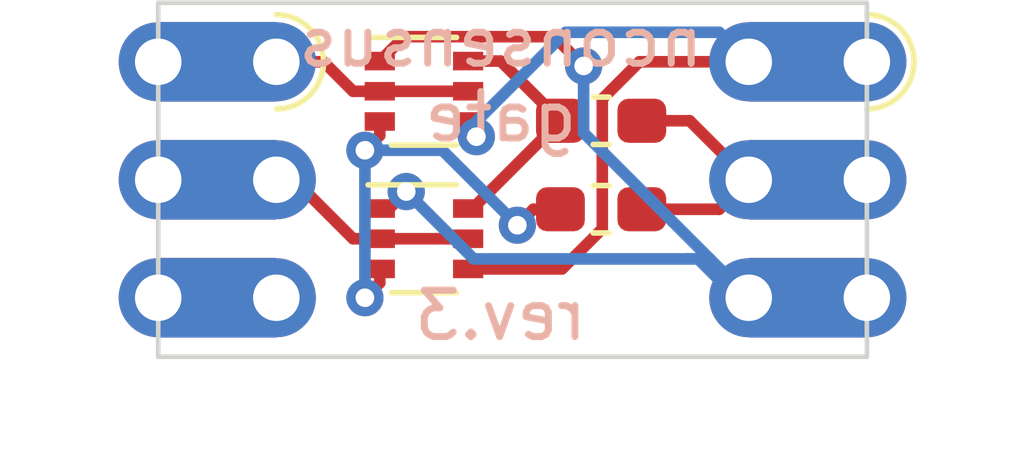
<source format=kicad_pcb>
(kicad_pcb (version 20171130) (host pcbnew 5.1.6)

  (general
    (thickness 1.6)
    (drawings 6)
    (tracks 64)
    (zones 0)
    (modules 6)
    (nets 9)
  )

  (page A4)
  (layers
    (0 F.Cu signal)
    (31 B.Cu signal)
    (32 B.Adhes user)
    (33 F.Adhes user)
    (34 B.Paste user)
    (35 F.Paste user)
    (36 B.SilkS user)
    (37 F.SilkS user)
    (38 B.Mask user)
    (39 F.Mask user)
    (40 Dwgs.User user)
    (41 Cmts.User user)
    (42 Eco1.User user)
    (43 Eco2.User user)
    (44 Edge.Cuts user)
    (45 Margin user)
    (46 B.CrtYd user)
    (47 F.CrtYd user)
    (48 B.Fab user)
    (49 F.Fab user)
  )

  (setup
    (last_trace_width 0.25)
    (user_trace_width 0.3)
    (trace_clearance 0.2)
    (zone_clearance 0.508)
    (zone_45_only no)
    (trace_min 0.2)
    (via_size 0.8)
    (via_drill 0.4)
    (via_min_size 0.4)
    (via_min_drill 0.3)
    (uvia_size 0.3)
    (uvia_drill 0.1)
    (uvias_allowed no)
    (uvia_min_size 0.2)
    (uvia_min_drill 0.1)
    (edge_width 0.05)
    (segment_width 0.2)
    (pcb_text_width 0.3)
    (pcb_text_size 1.5 1.5)
    (mod_edge_width 0.12)
    (mod_text_size 1 1)
    (mod_text_width 0.15)
    (pad_size 1.524 1.524)
    (pad_drill 0.762)
    (pad_to_mask_clearance 0.05)
    (aux_axis_origin 0 0)
    (visible_elements FFFFFF7F)
    (pcbplotparams
      (layerselection 0x010fc_ffffffff)
      (usegerberextensions false)
      (usegerberattributes true)
      (usegerberadvancedattributes true)
      (creategerberjobfile true)
      (excludeedgelayer true)
      (linewidth 0.100000)
      (plotframeref false)
      (viasonmask false)
      (mode 1)
      (useauxorigin false)
      (hpglpennumber 1)
      (hpglpenspeed 20)
      (hpglpendiameter 15.000000)
      (psnegative false)
      (psa4output false)
      (plotreference true)
      (plotvalue true)
      (plotinvisibletext false)
      (padsonsilk false)
      (subtractmaskfromsilk false)
      (outputformat 1)
      (mirror false)
      (drillshape 0)
      (scaleselection 1)
      (outputdirectory "../../../../pcbs/gates/nconsensus/"))
  )

  (net 0 "")
  (net 1 Vdd)
  (net 2 A)
  (net 3 Vss)
  (net 4 B)
  (net 5 Out)
  (net 6 "Net-(J1-Pad3)")
  (net 7 "Net-(Q1-Pad6)")
  (net 8 "Net-(Q1-Pad3)")

  (net_class Default "This is the default net class."
    (clearance 0.2)
    (trace_width 0.25)
    (via_dia 0.8)
    (via_drill 0.4)
    (uvia_dia 0.3)
    (uvia_drill 0.1)
    (add_net A)
    (add_net B)
    (add_net "Net-(J1-Pad3)")
    (add_net "Net-(Q1-Pad3)")
    (add_net "Net-(Q1-Pad6)")
    (add_net Out)
    (add_net Vdd)
    (add_net Vss)
  )

  (module Castellation:Hybrid_Castellation_1x03_P2.54 (layer F.Cu) (tedit 60A116C0) (tstamp 5FF6C2C4)
    (at 114.3 64.135)
    (descr "Edge Castellation, 1x03, 2.54mm pitch, single row")
    (tags "Castellation Edge 1x03 2.54mm single row")
    (path /5FE4282B)
    (fp_text reference J2 (at 0 -2.54) (layer F.SilkS) hide
      (effects (font (size 1 1) (thickness 0.15)))
    )
    (fp_text value Conn_01x03 (at 0 7.85) (layer F.Fab)
      (effects (font (size 1 1) (thickness 0.15)))
    )
    (fp_line (start 2.54 -0.635) (end 2.54 6.35) (layer F.Fab) (width 0.1))
    (fp_line (start -2.54 6.35) (end -2.54 -1.27) (layer F.Fab) (width 0.1))
    (fp_line (start 1.905 -1.27) (end 2.54 -0.635) (layer F.Fab) (width 0.1))
    (fp_line (start -2.54 -1.27) (end 1.905 -1.27) (layer F.Fab) (width 0.12))
    (fp_line (start -2.54 6.35) (end 2.54 6.35) (layer F.Fab) (width 0.12))
    (fp_arc (start 1.27 0) (end 1.27 1.016) (angle -180) (layer F.SilkS) (width 0.12))
    (fp_text user %R (at 0 2.54 90) (layer F.Fab)
      (effects (font (size 1 1) (thickness 0.15)))
    )
    (pad 3 connect custom (at 0 5.08) (size 2.54 1.7145) (layers B.Cu B.Mask)
      (net 3 Vss) (zone_connect 0)
      (options (clearance outline) (anchor rect))
      (primitives
      ))
    (pad 2 connect custom (at 0 2.54) (size 2.54 1.7145) (layers B.Cu B.Mask)
      (net 5 Out) (zone_connect 0)
      (options (clearance outline) (anchor rect))
      (primitives
      ))
    (pad 1 connect custom (at 0 0) (size 2.54 1.7145) (layers B.Cu B.Mask)
      (net 1 Vdd) (zone_connect 0)
      (options (clearance outline) (anchor rect))
      (primitives
      ))
    (pad 3 connect custom (at 0 5.08) (size 2.54 1.7145) (layers F.Cu F.Mask)
      (net 3 Vss) (zone_connect 0)
      (options (clearance outline) (anchor rect))
      (primitives
      ))
    (pad 2 connect custom (at 0 2.54) (size 2.54 1.7145) (layers F.Cu F.Mask)
      (net 5 Out) (zone_connect 0)
      (options (clearance outline) (anchor rect))
      (primitives
      ))
    (pad 1 connect custom (at 0 0) (size 2.54 1.7145) (layers F.Cu F.Mask)
      (net 1 Vdd) (zone_connect 0)
      (options (clearance outline) (anchor rect))
      (primitives
      ))
    (pad 1 thru_hole oval (at 1.27 0) (size 1.7 1.7) (drill 1) (layers *.Cu *.Mask)
      (net 1 Vdd))
    (pad 2 thru_hole oval (at 1.27 2.54) (size 1.7 1.7) (drill 1) (layers *.Cu *.Mask)
      (net 5 Out))
    (pad 3 thru_hole oval (at 1.27 5.08) (size 1.7 1.7) (drill 1) (layers *.Cu *.Mask)
      (net 3 Vss))
    (pad 3 thru_hole oval (at -1.27 5.08) (size 1.7 1.7) (drill 1) (layers *.Cu *.Mask)
      (net 3 Vss))
    (pad 2 thru_hole oval (at -1.27 2.54) (size 1.7 1.7) (drill 1) (layers *.Cu *.Mask)
      (net 5 Out))
    (pad 1 thru_hole oval (at -1.27 0) (size 1.7 1.7) (drill 1) (layers *.Cu *.Mask)
      (net 1 Vdd))
  )

  (module Castellation:Hybrid_Castellation_1x03_P2.54 (layer F.Cu) (tedit 60A116C0) (tstamp 5FF6C2B6)
    (at 101.6 64.135)
    (descr "Edge Castellation, 1x03, 2.54mm pitch, single row")
    (tags "Castellation Edge 1x03 2.54mm single row")
    (path /5FE3FFF8)
    (fp_text reference J1 (at 0 -2.54) (layer F.SilkS) hide
      (effects (font (size 1 1) (thickness 0.15)))
    )
    (fp_text value Conn_01x03 (at 0 7.85) (layer F.Fab)
      (effects (font (size 1 1) (thickness 0.15)))
    )
    (fp_line (start 2.54 -0.635) (end 2.54 6.35) (layer F.Fab) (width 0.1))
    (fp_line (start -2.54 6.35) (end -2.54 -1.27) (layer F.Fab) (width 0.1))
    (fp_line (start 1.905 -1.27) (end 2.54 -0.635) (layer F.Fab) (width 0.1))
    (fp_line (start -2.54 -1.27) (end 1.905 -1.27) (layer F.Fab) (width 0.12))
    (fp_line (start -2.54 6.35) (end 2.54 6.35) (layer F.Fab) (width 0.12))
    (fp_arc (start 1.27 0) (end 1.27 1.016) (angle -180) (layer F.SilkS) (width 0.12))
    (fp_text user %R (at 0 2.54 90) (layer F.Fab)
      (effects (font (size 1 1) (thickness 0.15)))
    )
    (pad 3 connect custom (at 0 5.08) (size 2.54 1.7145) (layers B.Cu B.Mask)
      (net 6 "Net-(J1-Pad3)") (zone_connect 0)
      (options (clearance outline) (anchor rect))
      (primitives
      ))
    (pad 2 connect custom (at 0 2.54) (size 2.54 1.7145) (layers B.Cu B.Mask)
      (net 4 B) (zone_connect 0)
      (options (clearance outline) (anchor rect))
      (primitives
      ))
    (pad 1 connect custom (at 0 0) (size 2.54 1.7145) (layers B.Cu B.Mask)
      (net 2 A) (zone_connect 0)
      (options (clearance outline) (anchor rect))
      (primitives
      ))
    (pad 3 connect custom (at 0 5.08) (size 2.54 1.7145) (layers F.Cu F.Mask)
      (net 6 "Net-(J1-Pad3)") (zone_connect 0)
      (options (clearance outline) (anchor rect))
      (primitives
      ))
    (pad 2 connect custom (at 0 2.54) (size 2.54 1.7145) (layers F.Cu F.Mask)
      (net 4 B) (zone_connect 0)
      (options (clearance outline) (anchor rect))
      (primitives
      ))
    (pad 1 connect custom (at 0 0) (size 2.54 1.7145) (layers F.Cu F.Mask)
      (net 2 A) (zone_connect 0)
      (options (clearance outline) (anchor rect))
      (primitives
      ))
    (pad 1 thru_hole oval (at 1.27 0) (size 1.7 1.7) (drill 1) (layers *.Cu *.Mask)
      (net 2 A))
    (pad 2 thru_hole oval (at 1.27 2.54) (size 1.7 1.7) (drill 1) (layers *.Cu *.Mask)
      (net 4 B))
    (pad 3 thru_hole oval (at 1.27 5.08) (size 1.7 1.7) (drill 1) (layers *.Cu *.Mask)
      (net 6 "Net-(J1-Pad3)"))
    (pad 3 thru_hole oval (at -1.27 5.08) (size 1.7 1.7) (drill 1) (layers *.Cu *.Mask)
      (net 6 "Net-(J1-Pad3)"))
    (pad 2 thru_hole oval (at -1.27 2.54) (size 1.7 1.7) (drill 1) (layers *.Cu *.Mask)
      (net 4 B))
    (pad 1 thru_hole oval (at -1.27 0) (size 1.7 1.7) (drill 1) (layers *.Cu *.Mask)
      (net 2 A))
  )

  (module Resistor_SMD:R_0603_1608Metric_Pad1.05x0.95mm_HandSolder (layer F.Cu) (tedit 5B301BBD) (tstamp 5FF6C312)
    (at 109.855 65.405 180)
    (descr "Resistor SMD 0603 (1608 Metric), square (rectangular) end terminal, IPC_7351 nominal with elongated pad for handsoldering. (Body size source: http://www.tortai-tech.com/upload/download/2011102023233369053.pdf), generated with kicad-footprint-generator")
    (tags "resistor handsolder")
    (path /5FFFCCEE)
    (attr smd)
    (fp_text reference R2 (at 0 -1.43) (layer F.SilkS) hide
      (effects (font (size 1 1) (thickness 0.15)))
    )
    (fp_text value 12k (at 0 1.43) (layer F.Fab)
      (effects (font (size 1 1) (thickness 0.15)))
    )
    (fp_line (start -0.8 0.4) (end -0.8 -0.4) (layer F.Fab) (width 0.1))
    (fp_line (start -0.8 -0.4) (end 0.8 -0.4) (layer F.Fab) (width 0.1))
    (fp_line (start 0.8 -0.4) (end 0.8 0.4) (layer F.Fab) (width 0.1))
    (fp_line (start 0.8 0.4) (end -0.8 0.4) (layer F.Fab) (width 0.1))
    (fp_line (start -0.171267 -0.51) (end 0.171267 -0.51) (layer F.SilkS) (width 0.12))
    (fp_line (start -0.171267 0.51) (end 0.171267 0.51) (layer F.SilkS) (width 0.12))
    (fp_line (start -1.65 0.73) (end -1.65 -0.73) (layer F.CrtYd) (width 0.05))
    (fp_line (start -1.65 -0.73) (end 1.65 -0.73) (layer F.CrtYd) (width 0.05))
    (fp_line (start 1.65 -0.73) (end 1.65 0.73) (layer F.CrtYd) (width 0.05))
    (fp_line (start 1.65 0.73) (end -1.65 0.73) (layer F.CrtYd) (width 0.05))
    (fp_text user %R (at 0 0) (layer F.Fab)
      (effects (font (size 0.4 0.4) (thickness 0.06)))
    )
    (pad 2 smd roundrect (at 0.875 0 180) (size 1.05 0.95) (layers F.Cu F.Paste F.Mask) (roundrect_rratio 0.25)
      (net 7 "Net-(Q1-Pad6)"))
    (pad 1 smd roundrect (at -0.875 0 180) (size 1.05 0.95) (layers F.Cu F.Paste F.Mask) (roundrect_rratio 0.25)
      (net 5 Out))
    (model ${KISYS3DMOD}/Resistor_SMD.3dshapes/R_0603_1608Metric.wrl
      (at (xyz 0 0 0))
      (scale (xyz 1 1 1))
      (rotate (xyz 0 0 0))
    )
  )

  (module Resistor_SMD:R_0603_1608Metric_Pad1.05x0.95mm_HandSolder (layer F.Cu) (tedit 5B301BBD) (tstamp 5FF6C301)
    (at 109.855 67.31)
    (descr "Resistor SMD 0603 (1608 Metric), square (rectangular) end terminal, IPC_7351 nominal with elongated pad for handsoldering. (Body size source: http://www.tortai-tech.com/upload/download/2011102023233369053.pdf), generated with kicad-footprint-generator")
    (tags "resistor handsolder")
    (path /5FFFBDEC)
    (attr smd)
    (fp_text reference R1 (at 0 -1.43) (layer F.SilkS) hide
      (effects (font (size 1 1) (thickness 0.15)))
    )
    (fp_text value 12k (at 0 1.43) (layer F.Fab)
      (effects (font (size 1 1) (thickness 0.15)))
    )
    (fp_line (start -0.8 0.4) (end -0.8 -0.4) (layer F.Fab) (width 0.1))
    (fp_line (start -0.8 -0.4) (end 0.8 -0.4) (layer F.Fab) (width 0.1))
    (fp_line (start 0.8 -0.4) (end 0.8 0.4) (layer F.Fab) (width 0.1))
    (fp_line (start 0.8 0.4) (end -0.8 0.4) (layer F.Fab) (width 0.1))
    (fp_line (start -0.171267 -0.51) (end 0.171267 -0.51) (layer F.SilkS) (width 0.12))
    (fp_line (start -0.171267 0.51) (end 0.171267 0.51) (layer F.SilkS) (width 0.12))
    (fp_line (start -1.65 0.73) (end -1.65 -0.73) (layer F.CrtYd) (width 0.05))
    (fp_line (start -1.65 -0.73) (end 1.65 -0.73) (layer F.CrtYd) (width 0.05))
    (fp_line (start 1.65 -0.73) (end 1.65 0.73) (layer F.CrtYd) (width 0.05))
    (fp_line (start 1.65 0.73) (end -1.65 0.73) (layer F.CrtYd) (width 0.05))
    (fp_text user %R (at 0 0) (layer F.Fab)
      (effects (font (size 0.4 0.4) (thickness 0.06)))
    )
    (pad 2 smd roundrect (at 0.875 0) (size 1.05 0.95) (layers F.Cu F.Paste F.Mask) (roundrect_rratio 0.25)
      (net 5 Out))
    (pad 1 smd roundrect (at -0.875 0) (size 1.05 0.95) (layers F.Cu F.Paste F.Mask) (roundrect_rratio 0.25)
      (net 8 "Net-(Q1-Pad3)"))
    (model ${KISYS3DMOD}/Resistor_SMD.3dshapes/R_0603_1608Metric.wrl
      (at (xyz 0 0 0))
      (scale (xyz 1 1 1))
      (rotate (xyz 0 0 0))
    )
  )

  (module Package_TO_SOT_SMD:SOT-363_SC-70-6 (layer F.Cu) (tedit 5A02FF57) (tstamp 5FF6C2F0)
    (at 106.045 67.945)
    (descr "SOT-363, SC-70-6")
    (tags "SOT-363 SC-70-6")
    (path /5FFF29CF)
    (attr smd)
    (fp_text reference Q2 (at 0 -2) (layer F.SilkS) hide
      (effects (font (size 1 1) (thickness 0.15)))
    )
    (fp_text value BSS8402DW (at 0 2 180) (layer F.Fab)
      (effects (font (size 1 1) (thickness 0.15)))
    )
    (fp_line (start 0.7 -1.16) (end -1.2 -1.16) (layer F.SilkS) (width 0.12))
    (fp_line (start -0.7 1.16) (end 0.7 1.16) (layer F.SilkS) (width 0.12))
    (fp_line (start 1.6 1.4) (end 1.6 -1.4) (layer F.CrtYd) (width 0.05))
    (fp_line (start -1.6 -1.4) (end -1.6 1.4) (layer F.CrtYd) (width 0.05))
    (fp_line (start -1.6 -1.4) (end 1.6 -1.4) (layer F.CrtYd) (width 0.05))
    (fp_line (start 0.675 -1.1) (end -0.175 -1.1) (layer F.Fab) (width 0.1))
    (fp_line (start -0.675 -0.6) (end -0.675 1.1) (layer F.Fab) (width 0.1))
    (fp_line (start -1.6 1.4) (end 1.6 1.4) (layer F.CrtYd) (width 0.05))
    (fp_line (start 0.675 -1.1) (end 0.675 1.1) (layer F.Fab) (width 0.1))
    (fp_line (start 0.675 1.1) (end -0.675 1.1) (layer F.Fab) (width 0.1))
    (fp_line (start -0.175 -1.1) (end -0.675 -0.6) (layer F.Fab) (width 0.1))
    (fp_text user %R (at 0 0 90) (layer F.Fab)
      (effects (font (size 0.5 0.5) (thickness 0.075)))
    )
    (pad 6 smd rect (at 0.95 -0.65) (size 0.65 0.4) (layers F.Cu F.Paste F.Mask)
      (net 7 "Net-(Q1-Pad6)"))
    (pad 4 smd rect (at 0.95 0.65) (size 0.65 0.4) (layers F.Cu F.Paste F.Mask)
      (net 1 Vdd))
    (pad 2 smd rect (at -0.95 0) (size 0.65 0.4) (layers F.Cu F.Paste F.Mask)
      (net 4 B))
    (pad 5 smd rect (at 0.95 0) (size 0.65 0.4) (layers F.Cu F.Paste F.Mask)
      (net 4 B))
    (pad 3 smd rect (at -0.95 0.65) (size 0.65 0.4) (layers F.Cu F.Paste F.Mask)
      (net 8 "Net-(Q1-Pad3)"))
    (pad 1 smd rect (at -0.95 -0.65) (size 0.65 0.4) (layers F.Cu F.Paste F.Mask)
      (net 3 Vss))
    (model ${KISYS3DMOD}/Package_TO_SOT_SMD.3dshapes/SOT-363_SC-70-6.wrl
      (at (xyz 0 0 0))
      (scale (xyz 1 1 1))
      (rotate (xyz 0 0 0))
    )
  )

  (module Package_TO_SOT_SMD:SOT-363_SC-70-6 (layer F.Cu) (tedit 5A02FF57) (tstamp 5FF6C2DA)
    (at 106.045 64.77)
    (descr "SOT-363, SC-70-6")
    (tags "SOT-363 SC-70-6")
    (path /5FFEE9DA)
    (attr smd)
    (fp_text reference Q1 (at 0 -2) (layer F.SilkS) hide
      (effects (font (size 1 1) (thickness 0.15)))
    )
    (fp_text value BSS8402DW (at 0 2 180) (layer F.Fab)
      (effects (font (size 1 1) (thickness 0.15)))
    )
    (fp_line (start 0.7 -1.16) (end -1.2 -1.16) (layer F.SilkS) (width 0.12))
    (fp_line (start -0.7 1.16) (end 0.7 1.16) (layer F.SilkS) (width 0.12))
    (fp_line (start 1.6 1.4) (end 1.6 -1.4) (layer F.CrtYd) (width 0.05))
    (fp_line (start -1.6 -1.4) (end -1.6 1.4) (layer F.CrtYd) (width 0.05))
    (fp_line (start -1.6 -1.4) (end 1.6 -1.4) (layer F.CrtYd) (width 0.05))
    (fp_line (start 0.675 -1.1) (end -0.175 -1.1) (layer F.Fab) (width 0.1))
    (fp_line (start -0.675 -0.6) (end -0.675 1.1) (layer F.Fab) (width 0.1))
    (fp_line (start -1.6 1.4) (end 1.6 1.4) (layer F.CrtYd) (width 0.05))
    (fp_line (start 0.675 -1.1) (end 0.675 1.1) (layer F.Fab) (width 0.1))
    (fp_line (start 0.675 1.1) (end -0.675 1.1) (layer F.Fab) (width 0.1))
    (fp_line (start -0.175 -1.1) (end -0.675 -0.6) (layer F.Fab) (width 0.1))
    (fp_text user %R (at 0 0 90) (layer F.Fab)
      (effects (font (size 0.5 0.5) (thickness 0.075)))
    )
    (pad 6 smd rect (at 0.95 -0.65) (size 0.65 0.4) (layers F.Cu F.Paste F.Mask)
      (net 7 "Net-(Q1-Pad6)"))
    (pad 4 smd rect (at 0.95 0.65) (size 0.65 0.4) (layers F.Cu F.Paste F.Mask)
      (net 1 Vdd))
    (pad 2 smd rect (at -0.95 0) (size 0.65 0.4) (layers F.Cu F.Paste F.Mask)
      (net 2 A))
    (pad 5 smd rect (at 0.95 0) (size 0.65 0.4) (layers F.Cu F.Paste F.Mask)
      (net 2 A))
    (pad 3 smd rect (at -0.95 0.65) (size 0.65 0.4) (layers F.Cu F.Paste F.Mask)
      (net 8 "Net-(Q1-Pad3)"))
    (pad 1 smd rect (at -0.95 -0.65) (size 0.65 0.4) (layers F.Cu F.Paste F.Mask)
      (net 3 Vss))
    (model ${KISYS3DMOD}/Package_TO_SOT_SMD.3dshapes/SOT-363_SC-70-6.wrl
      (at (xyz 0 0 0))
      (scale (xyz 1 1 1))
      (rotate (xyz 0 0 0))
    )
  )

  (gr_line (start 115.57 62.865) (end 115.57 70.485) (layer Edge.Cuts) (width 0.1))
  (gr_line (start 100.33 62.865) (end 115.57 62.865) (layer Edge.Cuts) (width 0.1))
  (gr_line (start 100.33 70.485) (end 100.33 62.865) (layer Edge.Cuts) (width 0.1))
  (gr_line (start 115.57 70.485) (end 100.33 70.485) (layer Edge.Cuts) (width 0.1))
  (gr_text rev.3 (at 107.696 69.596) (layer B.SilkS)
    (effects (font (size 1 1) (thickness 0.15)) (justify mirror))
  )
  (gr_text "nconsensus\ngate" (at 107.696 64.516) (layer B.SilkS)
    (effects (font (size 1 1) (thickness 0.15)) (justify mirror))
  )

  (segment (start 106.995 65.42) (end 106.995 65.570004) (width 0.25) (layer F.Cu) (net 1))
  (via (at 107.172516 65.74752) (size 0.8) (drill 0.4) (layers F.Cu B.Cu) (net 1))
  (segment (start 106.995 65.570004) (end 107.172516 65.74752) (width 0.25) (layer F.Cu) (net 1))
  (segment (start 110.67949 64.135) (end 112.65499 64.135) (width 0.25) (layer F.Cu) (net 1))
  (segment (start 109.87999 64.9345) (end 110.67949 64.135) (width 0.25) (layer F.Cu) (net 1))
  (segment (start 106.995 68.595) (end 109.01551 68.595) (width 0.25) (layer F.Cu) (net 1))
  (segment (start 109.87999 67.73052) (end 109.87999 64.9345) (width 0.25) (layer F.Cu) (net 1))
  (segment (start 109.01551 68.595) (end 109.87999 67.73052) (width 0.25) (layer F.Cu) (net 1))
  (segment (start 107.172516 65.74752) (end 107.172516 65.420484) (width 0.25) (layer B.Cu) (net 1))
  (segment (start 107.172516 65.420484) (end 109.093 63.5) (width 0.25) (layer B.Cu) (net 1))
  (segment (start 112.395 63.5) (end 112.65499 63.75999) (width 0.25) (layer B.Cu) (net 1))
  (segment (start 109.093 63.5) (end 112.395 63.5) (width 0.25) (layer B.Cu) (net 1))
  (segment (start 105.095 64.77) (end 106.995 64.77) (width 0.25) (layer F.Cu) (net 2))
  (segment (start 103.885 64.135) (end 103.24501 64.135) (width 0.25) (layer F.Cu) (net 2))
  (segment (start 105.095 64.77) (end 104.52 64.77) (width 0.25) (layer F.Cu) (net 2))
  (segment (start 104.52 64.77) (end 103.885 64.135) (width 0.25) (layer F.Cu) (net 2))
  (segment (start 105.095 67.295) (end 105.298 67.295) (width 0.25) (layer F.Cu) (net 3))
  (segment (start 105.298 67.295) (end 105.664 66.929) (width 0.25) (layer F.Cu) (net 3))
  (segment (start 105.664 66.929) (end 105.664 66.929) (width 0.25) (layer F.Cu) (net 3) (tstamp 5FF6C6DA))
  (via (at 105.664 66.929) (size 0.8) (drill 0.4) (layers F.Cu B.Cu) (net 3))
  (segment (start 107.114011 68.379011) (end 105.664 66.929) (width 0.25) (layer B.Cu) (net 3))
  (segment (start 111.706989 68.379011) (end 111.940011 68.379011) (width 0.25) (layer B.Cu) (net 3))
  (segment (start 111.706989 68.379011) (end 107.114011 68.379011) (width 0.25) (layer B.Cu) (net 3))
  (segment (start 111.940011 68.379011) (end 112.65499 69.09399) (width 0.25) (layer B.Cu) (net 3))
  (segment (start 109.474 64.135) (end 109.474 64.135) (width 0.25) (layer F.Cu) (net 3) (tstamp 5FF6C754))
  (segment (start 111.960989 68.379011) (end 111.706989 68.379011) (width 0.25) (layer B.Cu) (net 3))
  (segment (start 112.194011 68.379011) (end 111.960989 68.379011) (width 0.25) (layer B.Cu) (net 3))
  (segment (start 112.194011 68.379011) (end 112.65499 68.83999) (width 0.25) (layer B.Cu) (net 3))
  (segment (start 105.620001 63.594999) (end 108.848649 63.594999) (width 0.25) (layer F.Cu) (net 3))
  (segment (start 108.848649 63.594999) (end 109.47866 64.22501) (width 0.25) (layer F.Cu) (net 3))
  (segment (start 109.47866 65.66366) (end 109.47866 64.22501) (width 0.25) (layer B.Cu) (net 3))
  (segment (start 112.194011 68.379011) (end 109.47866 65.66366) (width 0.25) (layer B.Cu) (net 3))
  (via (at 109.47866 64.22501) (size 0.8) (drill 0.4) (layers F.Cu B.Cu) (net 3))
  (segment (start 105.095 64.12) (end 105.620001 63.594999) (width 0.25) (layer F.Cu) (net 3))
  (segment (start 103.25 66.675) (end 103.24501 66.675) (width 0.25) (layer F.Cu) (net 4))
  (segment (start 105.095 67.945) (end 104.52 67.945) (width 0.25) (layer F.Cu) (net 4))
  (segment (start 104.52 67.945) (end 103.25 66.675) (width 0.25) (layer F.Cu) (net 4))
  (segment (start 106.995 67.945) (end 105.095 67.945) (width 0.25) (layer F.Cu) (net 4))
  (segment (start 111.76 65.405) (end 112.65499 66.29999) (width 0.25) (layer F.Cu) (net 5))
  (segment (start 110.73 65.405) (end 111.76 65.405) (width 0.25) (layer F.Cu) (net 5))
  (segment (start 112.395 67.31) (end 112.65499 67.05001) (width 0.25) (layer F.Cu) (net 5))
  (segment (start 110.73 67.31) (end 112.395 67.31) (width 0.25) (layer F.Cu) (net 5))
  (segment (start 107.09 67.295) (end 108.98 65.405) (width 0.25) (layer F.Cu) (net 7))
  (segment (start 106.995 67.295) (end 107.09 67.295) (width 0.25) (layer F.Cu) (net 7))
  (segment (start 107.695 64.12) (end 106.995 64.12) (width 0.25) (layer F.Cu) (net 7))
  (segment (start 108.98 65.405) (end 107.695 64.12) (width 0.25) (layer F.Cu) (net 7))
  (segment (start 105.095 65.42) (end 105.095 65.72) (width 0.25) (layer F.Cu) (net 8))
  (segment (start 105.095 65.72) (end 104.775 66.04) (width 0.25) (layer F.Cu) (net 8))
  (segment (start 104.775 66.04) (end 104.775 66.04) (width 0.25) (layer F.Cu) (net 8) (tstamp 5FF6C648))
  (segment (start 105.095 68.595) (end 105.095 68.895) (width 0.25) (layer F.Cu) (net 8))
  (segment (start 105.095 68.895) (end 104.775 69.215) (width 0.25) (layer F.Cu) (net 8))
  (segment (start 108.98 67.31) (end 108.98 67.55) (width 0.25) (layer F.Cu) (net 8))
  (segment (start 104.775 69.215) (end 104.775 69.215) (width 0.25) (layer F.Cu) (net 8) (tstamp 5FF6C66B))
  (segment (start 104.775 69.215) (end 104.775 69.215) (width 0.25) (layer F.Cu) (net 8) (tstamp 5FF6C67C))
  (segment (start 104.775 66.04) (end 104.775 66.04) (width 0.25) (layer F.Cu) (net 8) (tstamp 5FF6C6E1))
  (via (at 104.775 66.04) (size 0.8) (drill 0.4) (layers F.Cu B.Cu) (net 8))
  (segment (start 104.775 69.215) (end 104.775 69.215) (width 0.25) (layer F.Cu) (net 8) (tstamp 5FF6C6FD))
  (via (at 104.775 69.215) (size 0.8) (drill 0.4) (layers F.Cu B.Cu) (net 8))
  (segment (start 104.775 69.215) (end 104.775 66.04) (width 0.25) (layer B.Cu) (net 8))
  (segment (start 108.98 67.31) (end 108.397678 67.31) (width 0.25) (layer F.Cu) (net 8))
  (segment (start 104.775 66.04) (end 106.439676 66.04) (width 0.25) (layer B.Cu) (net 8))
  (segment (start 106.439676 66.04) (end 108.053677 67.654001) (width 0.25) (layer B.Cu) (net 8))
  (via (at 108.053677 67.654001) (size 0.8) (drill 0.4) (layers F.Cu B.Cu) (net 8))
  (segment (start 108.397678 67.31) (end 108.053677 67.654001) (width 0.25) (layer F.Cu) (net 8))

)

</source>
